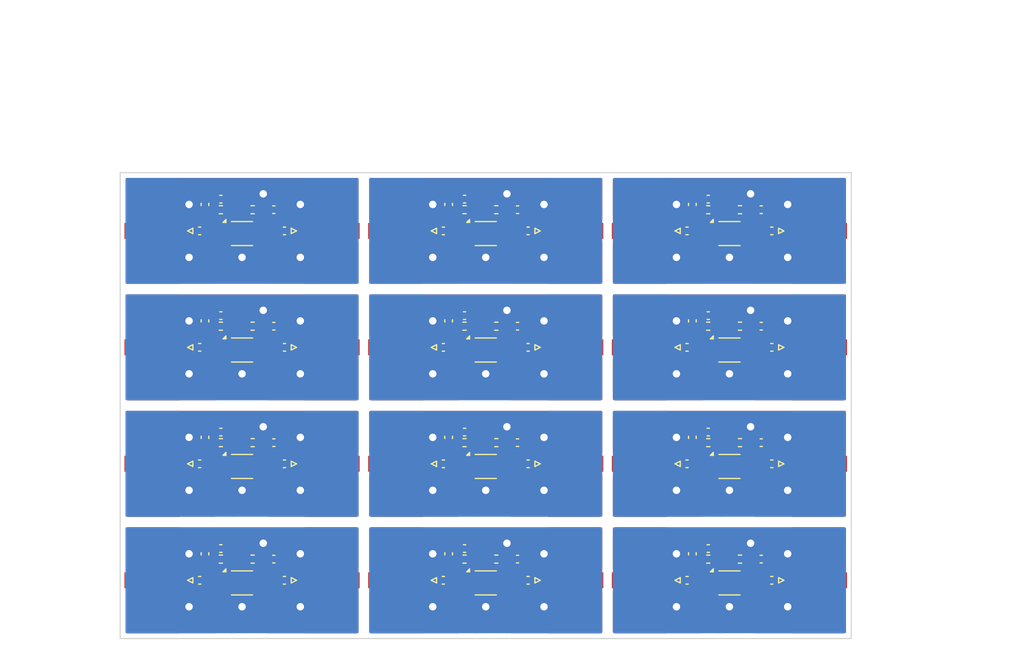
<source format=kicad_pcb>
(kicad_pcb (version 20240108) (generator "pcbnew") (generator_version "8.0")
  (layers (0 "F.Cu" signal) (31 "B.Cu" signal) (34 "B.Paste" user) (35 "F.Paste" user) (36 "B.SilkS" user "B.Silkscreen") (37 "F.SilkS" user "F.Silkscreen") (38 "B.Mask" user) (39 "F.Mask" user) (44 "Edge.Cuts" user))
  (net 0 "")
  (net 1 "Board_0-+3V3")
  (net 2 "Board_0-/RF_IN")
  (net 3 "Board_0-/RF_IN'")
  (net 4 "Board_0-/RF_OUT")
  (net 5 "Board_0-/RF_OUT'")
  (net 6 "Board_0-GND")
  (net 7 "Board_0-Net-(C3-Pad1)")
  (net 8 "Board_0-Net-(U1-Vcc)")
  (net 9 "Board_0-unconnected-(U1-Pad3)")
  (net 10 "Board_0-unconnected-(U1-Pad4)")
  (net 11 "Board_0-unconnected-(U1-Pad5)")
  (net 12 "Board_0-unconnected-(U1-Pad6)")
  (net 13 "Board_0-unconnected-(U1-Pad8)")
  (net 14 "Board_1-+3V3")
  (net 15 "Board_1-/RF_IN")
  (net 16 "Board_1-/RF_IN'")
  (net 17 "Board_1-/RF_OUT")
  (net 18 "Board_1-/RF_OUT'")
  (net 19 "Board_1-GND")
  (net 20 "Board_1-Net-(C3-Pad1)")
  (net 21 "Board_1-Net-(U1-Vcc)")
  (net 22 "Board_1-unconnected-(U1-Pad3)")
  (net 23 "Board_1-unconnected-(U1-Pad4)")
  (net 24 "Board_1-unconnected-(U1-Pad5)")
  (net 25 "Board_1-unconnected-(U1-Pad6)")
  (net 26 "Board_1-unconnected-(U1-Pad8)")
  (net 27 "Board_2-+3V3")
  (net 28 "Board_2-/RF_IN")
  (net 29 "Board_2-/RF_IN'")
  (net 30 "Board_2-/RF_OUT")
  (net 31 "Board_2-/RF_OUT'")
  (net 32 "Board_2-GND")
  (net 33 "Board_2-Net-(C3-Pad1)")
  (net 34 "Board_2-Net-(U1-Vcc)")
  (net 35 "Board_2-unconnected-(U1-Pad3)")
  (net 36 "Board_2-unconnected-(U1-Pad4)")
  (net 37 "Board_2-unconnected-(U1-Pad5)")
  (net 38 "Board_2-unconnected-(U1-Pad6)")
  (net 39 "Board_2-unconnected-(U1-Pad8)")
  (net 40 "Board_3-+3V3")
  (net 41 "Board_3-/RF_IN")
  (net 42 "Board_3-/RF_IN'")
  (net 43 "Board_3-/RF_OUT")
  (net 44 "Board_3-/RF_OUT'")
  (net 45 "Board_3-GND")
  (net 46 "Board_3-Net-(C3-Pad1)")
  (net 47 "Board_3-Net-(U1-Vcc)")
  (net 48 "Board_3-unconnected-(U1-Pad3)")
  (net 49 "Board_3-unconnected-(U1-Pad4)")
  (net 50 "Board_3-unconnected-(U1-Pad5)")
  (net 51 "Board_3-unconnected-(U1-Pad6)")
  (net 52 "Board_3-unconnected-(U1-Pad8)")
  (net 53 "Board_4-+3V3")
  (net 54 "Board_4-/RF_IN")
  (net 55 "Board_4-/RF_IN'")
  (net 56 "Board_4-/RF_OUT")
  (net 57 "Board_4-/RF_OUT'")
  (net 58 "Board_4-GND")
  (net 59 "Board_4-Net-(C3-Pad1)")
  (net 60 "Board_4-Net-(U1-Vcc)")
  (net 61 "Board_4-unconnected-(U1-Pad3)")
  (net 62 "Board_4-unconnected-(U1-Pad4)")
  (net 63 "Board_4-unconnected-(U1-Pad5)")
  (net 64 "Board_4-unconnected-(U1-Pad6)")
  (net 65 "Board_4-unconnected-(U1-Pad8)")
  (net 66 "Board_5-+3V3")
  (net 67 "Board_5-/RF_IN")
  (net 68 "Board_5-/RF_IN'")
  (net 69 "Board_5-/RF_OUT")
  (net 70 "Board_5-/RF_OUT'")
  (net 71 "Board_5-GND")
  (net 72 "Board_5-Net-(C3-Pad1)")
  (net 73 "Board_5-Net-(U1-Vcc)")
  (net 74 "Board_5-unconnected-(U1-Pad3)")
  (net 75 "Board_5-unconnected-(U1-Pad4)")
  (net 76 "Board_5-unconnected-(U1-Pad5)")
  (net 77 "Board_5-unconnected-(U1-Pad6)")
  (net 78 "Board_5-unconnected-(U1-Pad8)")
  (net 79 "Board_6-+3V3")
  (net 80 "Board_6-/RF_IN")
  (net 81 "Board_6-/RF_IN'")
  (net 82 "Board_6-/RF_OUT")
  (net 83 "Board_6-/RF_OUT'")
  (net 84 "Board_6-GND")
  (net 85 "Board_6-Net-(C3-Pad1)")
  (net 86 "Board_6-Net-(U1-Vcc)")
  (net 87 "Board_6-unconnected-(U1-Pad3)")
  (net 88 "Board_6-unconnected-(U1-Pad4)")
  (net 89 "Board_6-unconnected-(U1-Pad5)")
  (net 90 "Board_6-unconnected-(U1-Pad6)")
  (net 91 "Board_6-unconnected-(U1-Pad8)")
  (net 92 "Board_7-+3V3")
  (net 93 "Board_7-/RF_IN")
  (net 94 "Board_7-/RF_IN'")
  (net 95 "Board_7-/RF_OUT")
  (net 96 "Board_7-/RF_OUT'")
  (net 97 "Board_7-GND")
  (net 98 "Board_7-Net-(C3-Pad1)")
  (net 99 "Board_7-Net-(U1-Vcc)")
  (net 100 "Board_7-unconnected-(U1-Pad3)")
  (net 101 "Board_7-unconnected-(U1-Pad4)")
  (net 102 "Board_7-unconnected-(U1-Pad5)")
  (net 103 "Board_7-unconnected-(U1-Pad6)")
  (net 104 "Board_7-unconnected-(U1-Pad8)")
  (net 105 "Board_8-+3V3")
  (net 106 "Board_8-/RF_IN")
  (net 107 "Board_8-/RF_IN'")
  (net 108 "Board_8-/RF_OUT")
  (net 109 "Board_8-/RF_OUT'")
  (net 110 "Board_8-GND")
  (net 111 "Board_8-Net-(C3-Pad1)")
  (net 112 "Board_8-Net-(U1-Vcc)")
  (net 113 "Board_8-unconnected-(U1-Pad3)")
  (net 114 "Board_8-unconnected-(U1-Pad4)")
  (net 115 "Board_8-unconnected-(U1-Pad5)")
  (net 116 "Board_8-unconnected-(U1-Pad6)")
  (net 117 "Board_8-unconnected-(U1-Pad8)")
  (net 118 "Board_9-+3V3")
  (net 119 "Board_9-/RF_IN")
  (net 120 "Board_9-/RF_IN'")
  (net 121 "Board_9-/RF_OUT")
  (net 122 "Board_9-/RF_OUT'")
  (net 123 "Board_9-GND")
  (net 124 "Board_9-Net-(C3-Pad1)")
  (net 125 "Board_9-Net-(U1-Vcc)")
  (net 126 "Board_9-unconnected-(U1-Pad3)")
  (net 127 "Board_9-unconnected-(U1-Pad4)")
  (net 128 "Board_9-unconnected-(U1-Pad5)")
  (net 129 "Board_9-unconnected-(U1-Pad6)")
  (net 130 "Board_9-unconnected-(U1-Pad8)")
  (net 131 "Board_10-+3V3")
  (net 132 "Board_10-/RF_IN")
  (net 133 "Board_10-/RF_IN'")
  (net 134 "Board_10-/RF_OUT")
  (net 135 "Board_10-/RF_OUT'")
  (net 136 "Board_10-GND")
  (net 137 "Board_10-Net-(C3-Pad1)")
  (net 138 "Board_10-Net-(U1-Vcc)")
  (net 139 "Board_10-unconnected-(U1-Pad3)")
  (net 140 "Board_10-unconnected-(U1-Pad4)")
  (net 141 "Board_10-unconnected-(U1-Pad5)")
  (net 142 "Board_10-unconnected-(U1-Pad6)")
  (net 143 "Board_10-unconnected-(U1-Pad8)")
  (net 144 "Board_11-+3V3")
  (net 145 "Board_11-/RF_IN")
  (net 146 "Board_11-/RF_IN'")
  (net 147 "Board_11-/RF_OUT")
  (net 148 "Board_11-/RF_OUT'")
  (net 149 "Board_11-GND")
  (net 150 "Board_11-Net-(C3-Pad1)")
  (net 151 "Board_11-Net-(U1-Vcc)")
  (net 152 "Board_11-unconnected-(U1-Pad3)")
  (net 153 "Board_11-unconnected-(U1-Pad4)")
  (net 154 "Board_11-unconnected-(U1-Pad5)")
  (net 155 "Board_11-unconnected-(U1-Pad6)")
  (net 156 "Board_11-unconnected-(U1-Pad8)")
  (footprint "Capacitor_SMD:C_0402_1005Metric" (layer "F.Cu") (at 165.7 45.5)
    (property "Reference" "C3" (hide yes))
    (property "Value" "100pF")
  )
  (footprint "Inductor_SMD:L_0402_1005Metric" (layer "F.Cu") (at 160.2 58 -90)
    (property "Reference" "L1" (hide yes))
    (property "Value" "27nH RF")
  )
  (footprint "Capacitor_SMD:C_0402_1005Metric" (layer "F.Cu") (at 114.7 33.5 180)
    (property "Reference" "C1" (hide yes))
    (property "Value" "0.1uF")
  )
  (footprint "Custom_Connector_Coaxial:SMA_Amphenol_132289_EdgeMount" (layer "F.Cu") (at 131.35 47.5 180)
    (property "Reference" "J1" (hide yes))
    (property "Value" "SMA Female Edge Mount")
  )
  (footprint "Custom_Connector_Coaxial:SMA_Amphenol_132289_EdgeMount" (layer "F.Cu") (at 154.35 25.5 180)
    (property "Reference" "J1" (hide yes))
    (property "Value" "SMA Female Edge Mount")
  )
  (footprint "Capacitor_SMD:C_0402_1005Metric" (layer "F.Cu") (at 160.7 55.5 180)
    (property "Reference" "C1" (hide yes))
    (property "Value" "0.1uF")
  )
  (footprint "Capacitor_SMD:C_0402_1005Metric" (layer "F.Cu") (at 158.7 47.5)
    (property "Reference" "C4" (hide yes))
    (property "Value" "100pF")
  )
  (footprint "Capacitor_SMD:C_0402_1005Metric" (layer "F.Cu") (at 158.7 58.5)
    (property "Reference" "C4" (hide yes))
    (property "Value" "100pF")
  )
  (footprint "Capacitor_SMD:C_0402_1005Metric" (layer "F.Cu") (at 119.7 34.5)
    (property "Reference" "C3" (hide yes))
    (property "Value" "100pF")
  )
  (footprint "Capacitor_SMD:C_0402_1005Metric" (layer "F.Cu") (at 136.2 56 -90)
    (property "Reference" "C2" (hide yes))
    (property "Value" "12pF")
  )
  (footprint "Capacitor_SMD:C_0402_1005Metric" (layer "F.Cu") (at 158.7 25.5)
    (property "Reference" "C4" (hide yes))
    (property "Value" "100pF")
  )
  (footprint "Custom_Connector_Coaxial:SMA_Amphenol_132289_EdgeMount" (layer "F.Cu") (at 131.35 58.5 180)
    (property "Reference" "J1" (hide yes))
    (property "Value" "SMA Female Edge Mount")
  )
  (footprint "Custom_Connector_Coaxial:SMA_Amphenol_132289_EdgeMount" (layer "F.Cu") (at 108.35 36.5 180)
    (property "Reference" "J1" (hide yes))
    (property "Value" "SMA Female Edge Mount")
  )
  (footprint "Inductor_SMD:L_0402_1005Metric" (layer "F.Cu") (at 160.2 36 -90)
    (property "Reference" "L1" (hide yes))
    (property "Value" "27nH RF")
  )
  (footprint "Capacitor_SMD:C_0402_1005Metric" (layer "F.Cu") (at 135.7 47.5)
    (property "Reference" "C4" (hide yes))
    (property "Value" "100pF")
  )
  (footprint "Capacitor_SMD:C_0402_1005Metric" (layer "F.Cu") (at 112.7 36.5)
    (property "Reference" "C4" (hide yes))
    (property "Value" "100pF")
  )
  (footprint "Package_DFN_QFN:DFN-8-1EP_2x2mm_P0.5mm_EP0.9x1.5mm" (layer "F.Cu") (at 139.7 47.75)
    (property "Reference" "U1" (hide yes))
    (property "Value" "BLB01")
  )
  (footprint "Capacitor_SMD:C_0402_1005Metric" (layer "F.Cu") (at 165.7 56.5)
    (property "Reference" "C3" (hide yes))
    (property "Value" "100pF")
  )
  (footprint "Custom_Connector_Coaxial:SMA_Amphenol_132289_EdgeMount" (layer "F.Cu") (at 171.05 36.5)
    (property "Reference" "J2" (hide yes))
    (property "Value" "SMA Female Edge Mount")
  )
  (footprint "Capacitor_SMD:C_0402_1005Metric" (layer "F.Cu") (at 143.7 47.5)
    (property "Reference" "C5" (hide yes))
    (property "Value" "12pF")
  )
  (footprint "Inductor_SMD:L_0402_1005Metric" (layer "F.Cu") (at 137.2 25 -90)
    (property "Reference" "L1" (hide yes))
    (property "Value" "27nH RF")
  )
  (footprint "Capacitor_SMD:C_0402_1005Metric" (layer "F.Cu") (at 165.7 34.5)
    (property "Reference" "C3" (hide yes))
    (property "Value" "100pF")
  )
  (footprint "Package_DFN_QFN:DFN-8-1EP_2x2mm_P0.5mm_EP0.9x1.5mm" (layer "F.Cu") (at 116.7 58.75)
    (property "Reference" "U1" (hide yes))
    (property "Value" "BLB01")
  )
  (footprint "Capacitor_SMD:C_0402_1005Metric" (layer "F.Cu") (at 113.2 45 -90)
    (property "Reference" "C2" (hide yes))
    (property "Value" "12pF")
  )
  (footprint "Resistor_SMD:R_0402_1005Metric" (layer "F.Cu") (at 117.7 56.5)
    (property "Reference" "R2" (hide yes))
    (property "Value" "0R")
  )
  (footprint "Capacitor_SMD:C_0402_1005Metric" (layer "F.Cu") (at 165.7 23.5)
    (property "Reference" "C3" (hide yes))
    (property "Value" "100pF")
  )
  (footprint "Capacitor_SMD:C_0402_1005Metric" (layer "F.Cu") (at 113.2 34 -90)
    (property "Reference" "C2" (hide yes))
    (property "Value" "12pF")
  )
  (footprint "Capacitor_SMD:C_0402_1005Metric" (layer "F.Cu") (at 137.7 22.5 180)
    (property "Reference" "C1" (hide yes))
    (property "Value" "0.1uF")
  )
  (footprint "Capacitor_SMD:C_0402_1005Metric" (layer "F.Cu") (at 160.7 44.5 180)
    (property "Reference" "C1" (hide yes))
    (property "Value" "0.1uF")
  )
  (footprint "Package_DFN_QFN:DFN-8-1EP_2x2mm_P0.5mm_EP0.9x1.5mm" (layer "F.Cu") (at 116.7 47.75)
    (property "Reference" "U1" (hide yes))
    (property "Value" "BLB01")
  )
  (footprint "Inductor_SMD:L_0402_1005Metric" (layer "F.Cu") (at 165.2 58 -90)
    (property "Reference" "L2" (hide yes))
    (property "Value" "82nH RF")
  )
  (footprint "Capacitor_SMD:C_0402_1005Metric" (layer "F.Cu") (at 113.2 23 -90)
    (property "Reference" "C2" (hide yes))
    (property "Value" "12pF")
  )
  (footprint "Package_DFN_QFN:DFN-8-1EP_2x2mm_P0.5mm_EP0.9x1.5mm" (layer "F.Cu") (at 139.7 58.75)
    (property "Reference" "U1" (hide yes))
    (property "Value" "BLB01")
  )
  (footprint "Package_DFN_QFN:DFN-8-1EP_2x2mm_P0.5mm_EP0.9x1.5mm" (layer "F.Cu") (at 162.7 36.75)
    (property "Reference" "U1" (hide yes))
    (property "Value" "BLB01")
  )
  (footprint "Inductor_SMD:L_0402_1005Metric" (layer "F.Cu") (at 165.2 47 -90)
    (property "Reference" "L2" (hide yes))
    (property "Value" "82nH RF")
  )
  (footprint "Custom_Connector_Coaxial:SMA_Amphenol_132289_EdgeMount" (layer "F.Cu") (at 108.35 47.5 180)
    (property "Reference" "J1" (hide yes))
    (property "Value" "SMA Female Edge Mount")
  )
  (footprint "Capacitor_SMD:C_0402_1005Metric" (layer "F.Cu") (at 142.7 23.5)
    (property "Reference" "C3" (hide yes))
    (property "Value" "100pF")
  )
  (footprint "Custom_Connector_Coaxial:SMA_Amphenol_132289_EdgeMount" (layer "F.Cu") (at 108.35 58.5 180)
    (property "Reference" "J1" (hide yes))
    (property "Value" "SMA Female Edge Mount")
  )
  (footprint "Custom_Connector_Coaxial:SMA_Amphenol_132289_EdgeMount" (layer "F.Cu") (at 154.35 36.5 180)
    (property "Reference" "J1" (hide yes))
    (property "Value" "SMA Female Edge Mount")
  )
  (footprint "Capacitor_SMD:C_0402_1005Metric" (layer "F.Cu") (at 112.7 58.5)
    (property "Reference" "C4" (hide yes))
    (property "Value" "100pF")
  )
  (footprint "Package_DFN_QFN:DFN-8-1EP_2x2mm_P0.5mm_EP0.9x1.5mm" (layer "F.Cu") (at 162.7 47.75)
    (property "Reference" "U1" (hide yes))
    (property "Value" "BLB01")
  )
  (footprint "Inductor_SMD:L_0402_1005Metric" (layer "F.Cu") (at 160.2 25 -90)
    (property "Reference" "L1" (hide yes))
    (property "Value" "27nH RF")
  )
  (footprint "Resistor_SMD:R_0402_1005Metric" (layer "F.Cu") (at 114.7 34.5 180)
    (property "Reference" "R1" (hide yes))
    (property "Value" "6.8k")
  )
  (footprint "Capacitor_SMD:C_0402_1005Metric" (layer "F.Cu") (at 112.7 25.5)
    (property "Reference" "C4" (hide yes))
    (property "Value" "100pF")
  )
  (footprint "Capacitor_SMD:C_0402_1005Metric" (layer "F.Cu") (at 166.7 36.5)
    (property "Reference" "C5" (hide yes))
    (property "Value" "12pF")
  )
  (footprint "Custom_Connector_Coaxial:SMA_Amphenol_132289_EdgeMount" (layer "F.Cu") (at 131.35 25.5 180)
    (property "Reference" "J1" (hide yes))
    (property "Value" "SMA Female Edge Mount")
  )
  (footprint "Capacitor_SMD:C_0402_1005Metric" (layer "F.Cu") (at 119.7 23.5)
    (property "Reference" "C3" (hide yes))
    (property "Value" "100pF")
  )
  (footprint "Package_DFN_QFN:DFN-8-1EP_2x2mm_P0.5mm_EP0.9x1.5mm" (layer "F.Cu") (at 116.7 25.75)
    (property "Reference" "U1" (hide yes))
    (property "Value" "BLB01")
  )
  (footprint "Resistor_SMD:R_0402_1005Metric" (layer "F.Cu") (at 117.7 34.5)
    (property "Reference" "R2" (hide yes))
    (property "Value" "0R")
  )
  (footprint "Capacitor_SMD:C_0402_1005Metric" (layer "F.Cu") (at 142.7 45.5)
    (property "Reference" "C3" (hide yes))
    (property "Value" "100pF")
  )
  (footprint "Resistor_SMD:R_0402_1005Metric" (layer "F.Cu") (at 114.7 45.5 180)
    (property "Reference" "R1" (hide yes))
    (property "Value" "6.8k")
  )
  (footprint "Inductor_SMD:L_0402_1005Metric" (layer "F.Cu") (at 119.2 36 -90)
    (property "Reference" "L2" (hide yes))
    (property "Value" "82nH RF")
  )
  (footprint "Resistor_SMD:R_0402_1005Metric" (layer "F.Cu") (at 137.7 56.5 180)
    (property "Reference" "R1" (hide yes))
    (property "Value" "6.8k")
  )
  (footprint "Custom_Connector_Coaxial:SMA_Amphenol_132289_EdgeMount" (layer "F.Cu") (at 171.05 25.5)
    (property "Reference" "J2" (hide yes))
    (property "Value" "SMA Female Edge Mount")
  )
  (footprint "Resistor_SMD:R_0402_1005Metric" (layer "F.Cu") (at 140.7 34.5)
    (property "Reference" "R2" (hide yes))
    (property "Value" "0R")
  )
  (footprint "Capacitor_SMD:C_0402_1005Metric" (layer "F.Cu") (at 159.2 56 -90)
    (property "Reference" "C2" (hide yes))
    (property "Value" "12pF")
  )
  (footprint "Capacitor_SMD:C_0402_1005Metric" (layer "F.Cu") (at 120.7 58.5)
    (property "Reference" "C5" (hide yes))
    (property "Value" "12pF")
  )
  (footprint "Custom_Connector_Coaxial:SMA_Amphenol_132289_EdgeMount" (layer "F.Cu") (at 125.05 36.5)
    (property "Reference" "J2" (hide yes))
    (property "Value" "SMA Female Edge Mount")
  )
  (footprint "Inductor_SMD:L_0402_1005Metric" (layer "F.Cu") (at 114.2 47 -90)
    (property "Reference" "L1" (hide yes))
    (property "Value" "27nH RF")
  )
  (footprint "Custom_Connector_Coaxial:SMA_Amphenol_132289_EdgeMount" (layer "F.Cu") (at 148.05 58.5)
    (property "Reference" "J2" (hide yes))
    (property "Value" "SMA Female Edge Mount")
  )
  (footprint "Inductor_SMD:L_0402_1005Metric" (layer "F.Cu") (at 165.2 25 -90)
    (property "Reference" "L2" (hide yes))
    (property "Value" "82nH RF")
  )
  (footprint "Package_DFN_QFN:DFN-8-1EP_2x2mm_P0.5mm_EP0.9x1.5mm" (layer "F.Cu") (at 162.7 58.75)
    (property "Reference" "U1" (hide yes))
    (property "Value" "BLB01")
  )
  (footprint "Capacitor_SMD:C_0402_1005Metric" (layer "F.Cu") (at 120.7 25.5)
    (property "Reference" "C5" (hide yes))
    (property "Value" "12pF")
  )
  (footprint "Inductor_SMD:L_0402_1005Metric" (layer "F.Cu") (at 137.2 58 -90)
    (property "Reference" "L1" (hide yes))
    (property "Value" "27nH RF")
  )
  (footprint "Capacitor_SMD:C_0402_1005Metric" (layer "F.Cu") (at 160.7 22.5 180)
    (property "Reference" "C1" (hide yes))
    (property "Value" "0.1uF")
  )
  (footprint "Resistor_SMD:R_0402_1005Metric" (layer "F.Cu") (at 163.7 34.5)
    (property "Reference" "R2" (hide yes))
    (property "Value" "0R")
  )
  (footprint "Package_DFN_QFN:DFN-8-1EP_2x2mm_P0.5mm_EP0.9x1.5mm" (layer "F.Cu") (at 116.7 36.75)
    (property "Reference" "U1" (hide yes))
    (property "Value" "BLB01")
  )
  (footprint "Capacitor_SMD:C_0402_1005Metric" (layer "F.Cu") (at 143.7 25.5)
    (property "Reference" "C5" (hide yes))
    (property "Value" "12pF")
  )
  (footprint "Resistor_SMD:R_0402_1005Metric" (layer "F.Cu") (at 163.7 45.5)
    (property "Reference" "R2" (hide yes))
    (property "Value" "0R")
  )
  (footprint "Inductor_SMD:L_0402_1005Metric" (layer "F.Cu") (at 114.2 58 -90)
    (property "Reference" "L1" (hide yes))
    (property "Value" "27nH RF")
  )
  (footprint "Capacitor_SMD:C_0402_1005Metric" (layer "F.Cu") (at 135.7 25.5)
    (property "Reference" "C4" (hide yes))
    (property "Value" "100pF")
  )
  (footprint "Package_DFN_QFN:DFN-8-1EP_2x2mm_P0.5mm_EP0.9x1.5mm" (layer "F.Cu") (at 139.7 25.75)
    (property "Reference" "U1" (hide yes))
    (property "Value" "BLB01")
  )
  (footprint "Capacitor_SMD:C_0402_1005Metric" (layer "F.Cu") (at 159.2 23 -90)
    (property "Reference" "C2" (hide yes))
    (property "Value" "12pF")
  )
  (footprint "Custom_Connector_Coaxial:SMA_Amphenol_132289_EdgeMount" (layer "F.Cu") (at 125.05 58.5)
    (property "Reference" "J2" (hide yes))
    (property "Value" "SMA Female Edge Mount")
  )
  (footprint "Capacitor_SMD:C_0402_1005Metric" (layer "F.Cu") (at 142.7 56.5)
    (property "Reference" "C3" (hide yes))
    (property "Value" "100pF")
  )
  (footprint "Custom_Connector_Coaxial:SMA_Amphenol_132289_EdgeMount" (layer "F.Cu") (at 131.35 36.5 180)
    (property "Reference" "J1" (hide yes))
    (property "Value" "SMA Female Edge Mount")
  )
  (footprint "Resistor_SMD:R_0402_1005Metric" (layer "F.Cu") (at 140.7 23.5)
    (property "Reference" "R2" (hide yes))
    (property "Value" "0R")
  )
  (footprint "Resistor_SMD:R_0402_1005Metric" (layer "F.Cu") (at 117.7 45.5)
    (property "Reference" "R2" (hide yes))
    (property "Value" "0R")
  )
  (footprint "Inductor_SMD:L_0402_1005Metric" (layer "F.Cu") (at 119.2 25 -90)
    (property "Reference" "L2" (hide yes))
    (property "Value" "82nH RF")
  )
  (footprint "Capacitor_SMD:C_0402_1005Metric" (layer "F.Cu") (at 136.2 23 -90)
    (property "Reference" "C2" (hide yes))
    (property "Value" "12pF")
  )
  (footprint "Resistor_SMD:R_0402_1005Metric" (layer "F.Cu") (at 160.7 56.5 180)
    (property "Reference" "R1" (hide yes))
    (property "Value" "6.8k")
  )
  (footprint "Inductor_SMD:L_0402_1005Metric" (layer "F.Cu") (at 137.2 36 -90)
    (property "Reference" "L1" (hide yes))
    (property "Value" "27nH RF")
  )
  (footprint "Capacitor_SMD:C_0402_1005Metric" (layer "F.Cu") (at 120.7 36.5)
    (property "Reference" "C5" (hide yes))
    (property "Value" "12pF")
  )
  (footprint "Resistor_SMD:R_0402_1005Metric" (layer "F.Cu") (at 137.7 45.5 180)
    (property "Reference" "R1" (hide yes))
    (property "Value" "6.8k")
  )
  (footprint "Custom_Connector_Coaxial:SMA_Amphenol_132289_EdgeMount" (layer "F.Cu") (at 148.05 25.5)
    (property "Reference" "J2" (hide yes))
    (property "Value" "SMA Female Edge Mount")
  )
  (footprint "Custom_Connector_Coaxial:SMA_Amphenol_132289_EdgeMount" (layer "F.Cu") (at 148.05 47.5)
    (property "Reference" "J2" (hide yes))
    (property "Value" "SMA Female Edge Mount")
  )
  (footprint "Capacitor_SMD:C_0402_1005Metric" (layer "F.Cu") (at 120.7 47.5)
    (property "Reference" "C5" (hide yes))
    (property "Value" "12pF")
  )
  (footprint "Resistor_SMD:R_0402_1005Metric" (layer "F.Cu") (at 160.7 23.5 180)
    (property "Reference" "R1" (hide yes))
    (property "Value" "6.8k")
  )
  (footprint "Capacitor_SMD:C_0402_1005Metric" (layer "F.Cu") (at 114.7 44.5 180)
    (property "Reference" "C1" (hide yes))
    (property "Value" "0.1uF")
  )
  (footprint "Custom_Connector_Coaxial:SMA_Amphenol_132289_EdgeMount" (layer "F.Cu") (at 154.35 58.5 180)
    (property "Reference" "J1" (hide yes))
    (property "Value" "SMA Female Edge Mount")
  )
  (footprint "Inductor_SMD:L_0402_1005Metric" (layer "F.Cu") (at 142.2 25 -90)
    (property "Reference" "L2" (hide yes))
    (property "Value" "82nH RF")
  )
  (footprint "Inductor_SMD:L_0402_1005Metric" (layer "F.Cu") (at 119.2 47 -90)
    (property "Reference" "L2" (hide yes))
    (property "Value" "82nH RF")
  )
  (footprint "Inductor_SMD:L_0402_1005Metric" (layer "F.Cu") (at 142.2 58 -90)
    (property "Reference" "L2" (hide yes))
    (property "Value" "82nH RF")
  )
  (footprint "Inductor_SMD:L_0402_1005Metric" (layer "F.Cu") (at 142.2 47 -90)
    (property "Reference" "L2" (hide yes))
    (property "Value" "82nH RF")
  )
  (footprint "Inductor_SMD:L_0402_1005Metric" (layer "F.Cu") (at 160.2 47 -90)
    (property "Reference" "L1" (hide yes))
    (property "Value" "27nH RF")
  )
  (footprint "Capacitor_SMD:C_0402_1005Metric" (layer "F.Cu") (at 166.7 25.5)
    (property "Reference" "C5" (hide yes))
    (property "Value" "12pF")
  )
  (footprint "Resistor_SMD:R_0402_1005Metric" (layer "F.Cu") (at 137.7 23.5 180)
    (property "Reference" "R1" (hide yes))
    (property "Value" "6.8k")
  )
  (footprint "Resistor_SMD:R_0402_1005Metric" (layer "F.Cu") (at 114.7 56.5 180)
    (property "Reference" "R1" (hide yes))
    (property "Value" "6.8k")
  )
  (footprint "Resistor_SMD:R_0402_1005Metric" (layer "F.Cu") (at 140.7 45.5)
    (property "Reference" "R2" (hide yes))
    (property "Value" "0R")
  )
  (footprint "Capacitor_SMD:C_0402_1005Metric" (layer "F.Cu") (at 143.7 58.5)
    (property "Reference" "C5" (hide yes))
    (property "Value" "12pF")
  )
  (footprint "Capacitor_SMD:C_0402_1005Metric" (layer "F.Cu") (at 137.7 55.5 180)
    (property "Reference" "C1" (hide yes))
    (property "Value" "0.1uF")
  )
  (footprint "Capacitor_SMD:C_0402_1005Metric" (layer "F.Cu") (at 166.7 58.5)
    (property "Reference" "C5" (hide yes))
    (property "Value" "12pF")
  )
  (footprint "Capacitor_SMD:C_0402_1005Metric" (layer "F.Cu") (at 135.7 58.5)
    (property "Reference" "C4" (hide yes))
    (property "Value" "100pF")
  )
  (footprint "Package_DFN_QFN:DFN-8-1EP_2x2mm_P0.5mm_EP0.9x1.5mm" (layer "F.Cu") (at 139.7 36.75)
    (property "Reference" "U1" (hide yes))
    (property "Value" "BLB01")
  )
  (footprint "Capacitor_SMD:C_0402_1005Metric" (layer "F.Cu") (at 112.7 47.5)
    (property "Reference" "C4" (hide yes))
    (property "Value" "100pF")
  )
  (footprint "Capacitor_SMD:C_0402_1005Metric" (layer "F.Cu") (at 113.2 56 -90)
    (property "Reference" "C2" (hide yes))
    (property "Value" "12pF")
  )
  (footprint "Resistor_SMD:R_0402_1005Metric" (layer "F.Cu") (at 163.7 23.5)
    (property "Reference" "R2" (hide yes))
    (property "Value" "0R")
  )
  (footprint "Inductor_SMD:L_0402_1005Metric" (layer "F.Cu") (at 114.2 25 -90)
    (property "Reference" "L1" (hide yes))
    (property "Value" "27nH RF")
  )
  (footprint "Capacitor_SMD:C_0402_1005Metric" (layer "F.Cu") (at 136.2 45 -90)
    (property "Reference" "C2" (hide yes))
    (property "Value" "12pF")
  )
  (footprint "Custom_Connector_Coaxial:SMA_Amphenol_132289_EdgeMount" (layer "F.Cu") (at 108.35 25.5 180)
    (property "Reference" "J1" (hide yes))
    (property "Value" "SMA Female Edge Mount")
  )
  (footprint "Capacitor_SMD:C_0402_1005Metric" (layer "F.Cu") (at 143.7 36.5)
    (property "Reference" "C5" (hide yes))
    (property "Value" "12pF")
  )
  (footprint "Package_DFN_QFN:DFN-8-1EP_2x2mm_P0.5mm_EP0.9x1.5mm" (layer "F.Cu") (at 162.7 25.75)
    (property "Reference" "U1" (hide yes))
    (property "Value" "BLB01")
  )
  (footprint "Capacitor_SMD:C_0402_1005Metric" (layer "F.Cu") (at 160.7 33.5 180)
    (property "Reference" "C1" (hide yes))
    (property "Value" "0.1uF")
  )
  (footprint "Custom_Connector_Coaxial:SMA_Amphenol_132289_EdgeMount" (layer "F.Cu") (at 171.05 47.5)
    (property "Reference" "J2" (hide yes))
    (property "Value" "SMA Female Edge Mount")
  )
  (footprint "Inductor_SMD:L_0402_1005Metric" (layer "F.Cu") (at 114.2 36 -90)
    (property "Reference" "L1" (hide yes))
    (property "Value" "27nH RF")
  )
  (footprint "Resistor_SMD:R_0402_1005Metric" (layer "F.Cu") (at 140.7 56.5)
    (property "Reference" "R2" (hide yes))
    (property "Value" "0R")
  )
  (footprint "Custom_Connector_Coaxial:SMA_Amphenol_132289_EdgeMount" (layer "F.Cu") (at 154.35 47.5 180)
    (property "Reference" "J1" (hide yes))
    (property "Value" "SMA Female Edge Mount")
  )
  (footprint "Resistor_SMD:R_0402_1005Metric" (layer "F.Cu") (at 137.7 34.5 180)
    (property "Reference" "R1" (hide yes))
    (property "Value" "6.8k")
  )
  (footprint "Capacitor_SMD:C_0402_1005Metric" (layer "F.Cu") (at 114.7 22.5 180)
    (property "Reference" "C1" (hide yes))
    (property "Value" "0.1uF")
  )
  (footprint "Capacitor_SMD:C_0402_1005Metric" (layer "F.Cu") (at 159.2 34 -90)
    (property "Reference" "C2" (hide yes))
    (property "Value" "12pF")
  )
  (footprint "Capacitor_SMD:C_0402_1005Metric" (layer "F.Cu") (at 158.7 36.5)
    (property "Reference" "C4" (hide yes))
    (property "Value" "100pF")
  )
  (footprint "Inductor_SMD:L_0402_1005Metric" (layer "F.Cu") (at 165.2 36 -90)
    (property "Reference" "L2" (hide yes))
    (property "Value" "82nH RF")
  )
  (footprint "Capacitor_SMD:C_0402_1005Metric" (layer "F.Cu") (at 136.2 34 -90)
    (property "Reference" "C2" (hide yes))
    (property "Value" "12pF")
  )
  (footprint "Inductor_SMD:L_0402_1005Metric" (layer "F.Cu") (at 119.2 58 -90)
    (property "Reference" "L2" (hide yes))
    (property "Value" "82nH RF")
  )
  (footprint "Capacitor_SMD:C_0402_1005Metric" (layer "F.Cu") (at 114.7 55.5 180)
    (property "Reference" "C1" (hide yes))
    (property "Value" "0.1uF")
  )
  (footprint "Resistor_SMD:R_0402_1005Metric" (layer "F.Cu") (at 160.7 34.5 180)
    (property "Reference" "R1" (hide yes))
    (property "Value" "6.8k")
  )
  (footprint "Inductor_SMD:L_0402_1005Metric" (layer "F.Cu") (at 142.2 36 -90)
    (property "Reference" "L2" (hide yes))
    (property "Value" "82nH RF")
  )
  (footprint "Capacitor_SMD:C_0402_1005Metric" (layer "F.Cu") (at 137.7 33.5 180)
    (property "Reference" "C1" (hide yes))
    (property "Value" "0.1uF")
  )
  (footprint "Resistor_SMD:R_0402_1005Metric" (layer "F.Cu") (at 160.7 45.5 180)
    (property "Reference" "R1" (hide yes))
    (property "Value" "6.8k")
  )
  (footprint "Resistor_SMD:R_0402_1005Metric" (layer "F.Cu") (at 117.7 23.5)
    (property "Reference" "R2" (hide yes))
    (property "Value" "0R")
  )
  (footprint "Capacitor_SMD:C_0402_1005Metric" (layer "F.Cu") (at 119.7 45.5)
    (property "Reference" "C3" (hide yes))
    (property "Value" "100pF")
  )
  (footprint "Capacitor_SMD:C_0402_1005Metric" (layer "F.Cu") (at 137.7 44.5 180)
    (property "Reference" "C1" (hide yes))
    (property "Value" "0.1uF")
  )
  (footprint "Capacitor_SMD:C_0402_1005Metric" (layer "F.Cu") (at 135.7 36.5)
    (property "Reference" "C4" (hide yes))
    (property "Value" "100pF")
  )
  (footprint "Custom_Connector_Coaxial:SMA_Amphenol_132289_EdgeMount" (layer "F.Cu") (at 148.05 36.5)
    (property "Reference" "J2" (hide yes))
    (property "Value" "SMA Female Edge Mount")
  )
  (footprint "Capacitor_SMD:C_0402_1005Metric" (layer "F.Cu") (at 142.7 34.5)
    (property "Reference" "C3" (hide yes))
    (property "Value" "100pF")
  )
  (footprint "Capacitor_SMD:C_0402_1005Metric" (layer "F.Cu") (at 159.2 45 -90)
    (property "Reference" "C2" (hide yes))
    (property "Value" "12pF")
  )
  (footprint "Capacitor_SMD:C_0402_1005Metric" (layer "F.Cu") (at 119.7 56.5)
    (property "Reference" "C3" (hide yes))
    (property "Value" "100pF")
  )
  (footprint "Custom_Connector_Coaxial:SMA_Amphenol_132289_EdgeMount" (layer "F.Cu") (at 125.05 47.5)
    (property "Reference" "J2" (hide yes))
    (property "Value" "SMA Female Edge Mount")
  )
  (footprint "Inductor_SMD:L_0402_1005Metric" (layer "F.Cu") (at 137.2 47 -90)
    (property "Reference" "L1" (hide yes))
    (property "Value" "27nH RF")
  )
  (footprint "Resistor_SMD:R_0402_1005Metric" (layer "F.Cu") (at 163.7 56.5)
    (property "Reference" "R2" (hide yes))
    (property "Value" "0R")
  )
  (footprint "Custom_Connector_Coaxial:SMA_Amphenol_132289_EdgeMount" (layer "F.Cu") (at 171.05 58.5)
    (property "Reference" "J2" (hide yes))
    (property "Value" "SMA Female Edge Mount")
  )
  (footprint "Custom_Connector_Coaxial:SMA_Amphenol_132289_EdgeMount" (layer "F.Cu") (at 125.05 25.5)
    (property "Reference" "J2" (hide yes))
    (property "Value" "SMA Female Edge Mount")
  )
  (footprint "Resistor_SMD:R_0402_1005Metric" (layer "F.Cu") (at 114.7 23.5 180)
    (property "Reference" "R1" (hide yes))
    (property "Value" "6.8k")
  )
  (footprint "Capacitor_SMD:C_0402_1005Metric" (layer "F.Cu") (at 166.7 47.5)
    (property "Reference" "C5" (hide yes))
    (property "Value" "12pF")
  )
  (gr_line (start 105.2 42) (end 105.2 53) (stroke (width 0.1)) (layer "Edge.Cuts"))
  (gr_line (start 174.2 64) (end 174.2 53) (stroke (width 0.1)) (layer "Edge.Cuts"))
  (gr_line (start 105.2 53) (end 105.2 64) (stroke (width 0.1)) (layer "Edge.Cuts"))
  (gr_line (start 151.2 20) (end 128.2 20) (stroke (width 0.1)) (layer "Edge.Cuts"))
  (gr_line (start 174.2 20) (end 151.2 20) (stroke (width 0.1)) (layer "Edge.Cuts"))
  (gr_line (start 128.2 64) (end 151.2 64) (stroke (width 0.1)) (layer "Edge.Cuts"))
  (gr_line (start 174.2 42) (end 174.2 31) (stroke (width 0.1)) (layer "Edge.Cuts"))
  (gr_line (start 151.2 64) (end 174.2 64) (stroke (width 0.1)) (layer "Edge.Cuts"))
  (gr_line (start 105.2 20) (end 105.2 31) (stroke (width 0.1)) (layer "Edge.Cuts"))
  (gr_line (start 174.2 31) (end 174.2 20) (stroke (width 0.1)) (layer "Edge.Cuts"))
  (gr_line (start 174.2 53) (end 174.2 42) (stroke (width 0.1)) (layer "Edge.Cuts"))
  (gr_line (start 128.2 20) (end 105.2 20) (stroke (width 0.1)) (layer "Edge.Cuts"))
  (gr_line (start 105.2 31) (end 105.2 42) (stroke (width 0.1)) (layer "Edge.Cuts"))
  (gr_line (start 105.2 64) (end 128.2 64) (stroke (width 0.1)) (layer "Edge.Cuts"))
  (gr_text "REV A\n" (at 137.2 41.5 0) (layer "F.Cu") (effects (font (size 1 1) (thickness 0.25) (bold yes)) (justify left bottom)))
  (gr_text "REV A\n" (at 114.2 41.5 0) (layer "F.Cu") (effects (font (size 1 1) (thickness 0.25) (bold yes)) (justify left bottom)))
  (gr_text "REV A\n" (at 114.2 30.5 0) (layer "F.Cu") (effects (font (size 1 1) (thickness 0.25) (bold yes)) (justify left bottom)))
  (gr_text "REV A\n" (at 137.2 63.5 0) (layer "F.Cu") (effects (font (size 1 1) (thickness 0.25) (bold yes)) (justify left bottom)))
  (gr_text "REV A\n" (at 114.2 52.5 0) (layer "F.Cu") (effects (font (size 1 1) (thickness 0.25) (bold yes)) (justify left bottom)))
  (gr_text "REV A\n" (at 160.2 63.5 0) (layer "F.Cu") (effects (font (size 1 1) (thickness 0.25) (bold yes)) (justify left bottom)))
  (gr_text "REV A\n" (at 160.2 41.5 0) (layer "F.Cu") (effects (font (size 1 1) (thickness 0.25) (bold yes)) (justify left bottom)))
  (gr_text "REV A\n" (at 137.2 52.5 0) (layer "F.Cu") (effects (font (size 1 1) (thickness 0.25) (bold yes)) (justify left bottom)))
  (gr_text "REV A\n" (at 137.2 30.5 0) (layer "F.Cu") (effects (font (size 1 1) (thickness 0.25) (bold yes)) (justify left bottom)))
  (gr_text "REV A\n" (at 114.2 63.5 0) (layer "F.Cu") (effects (font (size 1 1) (thickness 0.25) (bold yes)) (justify left bottom)))
  (gr_text "REV A\n" (at 160.2 52.5 0) (layer "F.Cu") (effects (font (size 1 1) (thickness 0.25) (bold yes)) (justify left bottom)))
  (gr_text "REV A\n" (at 160.2 30.5 0) (layer "F.Cu") (effects (font (size 1 1) (thickness 0.25) (bold yes)) (justify left bottom)))
  (segment (start 108.2 25.5) (end 111.8 25.5) (width 1.4) (layer "F.Cu") (net 2))
  (segment (start 114.985 25.485) (end 114.2 25.485) (width 0.6) (layer "F.Cu") (net 3))
  (segment (start 114.185 25.5) (end 114.2 25.485) (width 0.6) (layer "F.Cu") (net 3))
  (segment (start 115.7 25.5) (end 115 25.5) (width 0.25) (layer "F.Cu") (net 3))
  (segment (start 113.18 25.5) (end 114.185 25.5) (width 0.6) (layer "F.Cu") (net 3))
  (segment (start 125.2 25.5) (end 121.6 25.5) (width 1.4) (layer "F.Cu") (net 4))
  (segment (start 119.185 25.5) (end 119.2 25.485) (width 0.6) (layer "F.Cu") (net 5))
  (segment (start 117.7 25.5) (end 118.5 25.5) (width 0.25) (layer "F.Cu") (net 5))
  (segment (start 118.5 25.5) (end 119.185 25.5) (width 0.6) (layer "F.Cu") (net 5))
  (segment (start 119.2 25.485) (end 120.205 25.485) (width 0.6) (layer "F.Cu") (net 5))
  (segment (start 120.205 25.485) (end 120.22 25.5) (width 0.6) (layer "F.Cu") (net 5))
  (via (at 111.7 23) (size 1.2) (drill 0.7) (layers "F.Cu" "B.Cu") (net 6))
  (via (at 116.7 28) (size 1.2) (drill 0.7) (layers "F.Cu" "B.Cu") (net 6))
  (via (at 118.7 22) (size 1.2) (drill 0.7) (layers "F.Cu" "B.Cu") (net 6))
  (via (at 122.2 28) (size 1.2) (drill 0.7) (layers "F.Cu" "B.Cu") (net 6))
  (via (at 111.7 28) (size 1.2) (drill 0.7) (layers "F.Cu" "B.Cu") (net 6))
  (via (at 122.2 23) (size 1.2) (drill 0.7) (layers "F.Cu" "B.Cu") (net 6))
  (segment (start 119.2 24.515) (end 119.2 23.52) (width 0.6) (layer "F.Cu") (net 7))
  (segment (start 119.22 23.5) (end 118.21 23.5) (width 0.6) (layer "F.Cu") (net 7))
  (segment (start 119.2 23.52) (end 119.22 23.5) (width 0.6) (layer "F.Cu") (net 7))
  (segment (start 115.7 25) (end 115.383883 25) (width 0.25) (layer "F.Cu") (net 8))
  (segment (start 114.2 24.515) (end 114.2 23.509999) (width 0.6) (layer "F.Cu") (net 8))
  (segment (start 115.383883 25) (end 114.898883 24.515) (width 0.25) (layer "F.Cu") (net 8))
  (segment (start 114.898883 24.515) (end 114.2 24.515) (width 0.25) (layer "F.Cu") (net 8))
  (segment (start 114.190001 23.5) (end 113.18 23.5) (width 0.6) (layer "F.Cu") (net 8))
  (segment (start 114.2 23.509999) (end 114.190001 23.5) (width 0.6) (layer "F.Cu") (net 8))
  (segment (start 131.2 25.5) (end 134.8 25.5) (width 1.4) (layer "F.Cu") (net 15))
  (segment (start 138.7 25.5) (end 138 25.5) (width 0.25) (layer "F.Cu") (net 16))
  (segment (start 137.985 25.485) (end 137.2 25.485) (width 0.6) (layer "F.Cu") (net 16))
  (segment (start 136.18 25.5) (end 137.185 25.5) (width 0.6) (layer "F.Cu") (net 16))
  (segment (start 137.185 25.5) (end 137.2 25.485) (width 0.6) (layer "F.Cu") (net 16))
  (segment (start 148.2 25.5) (end 144.6 25.5) (width 1.4) (layer "F.Cu") (net 17))
  (segment (start 141.5 25.5) (end 142.185 25.5) (width 0.6) (layer "F.Cu") (net 18))
  (segment (start 140.7 25.5) (end 141.5 25.5) (width 0.25) (layer "F.Cu") (net 18))
  (segment (start 142.2 25.485) (end 143.205 25.485) (width 0.6) (layer "F.Cu") (net 18))
  (segment (start 142.185 25.5) (end 142.2 25.485) (width 0.6) (layer "F.Cu") (net 18))
  (segment (start 143.205 25.485) (end 143.22 25.5) (width 0.6) (layer "F.Cu") (net 18))
  (via (at 134.7 28) (size 1.2) (drill 0.7) (layers "F.Cu" "B.Cu") (net 19))
  (via (at 145.2 23) (size 1.2) (drill 0.7) (layers "F.Cu" "B.Cu") (net 19))
  (via (at 145.2 28) (size 1.2) (drill 0.7) (layers "F.Cu" "B.Cu") (net 19))
  (via (at 141.7 22) (size 1.2) (drill 0.7) (layers "F.Cu" "B.Cu") (net 19))
  (via (at 134.7 23) (size 1.2) (drill 0.7) (layers "F.Cu" "B.Cu") (net 19))
  (via (at 139.7 28) (size 1.2) (drill 0.7) (layers "F.Cu" "B.Cu") (net 19))
  (segment (start 142.2 23.52) (end 142.22 23.5) (width 0.6) (layer "F.Cu") (net 20))
  (segment (start 142.22 23.5) (end 141.21 23.5) (width 0.6) (layer "F.Cu") (net 20))
  (segment (start 142.2 24.515) (end 142.2 23.52) (width 0.6) (layer "F.Cu") (net 20))
  (segment (start 137.190001 23.5) (end 136.18 23.5) (width 0.6) (layer "F.Cu") (net 21))
  (segment (start 137.898883 24.515) (end 137.2 24.515) (width 0.25) (layer "F.Cu") (net 21))
  (segment (start 137.2 23.509999) (end 137.190001 23.5) (width 0.6) (layer "F.Cu") (net 21))
  (segment (start 138.7 25) (end 138.383883 25) (width 0.25) (layer "F.Cu") (net 21))
  (segment (start 138.383883 25) (end 137.898883 24.515) (width 0.25) (layer "F.Cu") (net 21))
  (segment (start 137.2 24.515) (end 137.2 23.509999) (width 0.6) (layer "F.Cu") (net 21))
  (segment (start 154.2 25.5) (end 157.8 25.5) (width 1.4) (layer "F.Cu") (net 28))
  (segment (start 160.985 25.485) (end 160.2 25.485) (width 0.6) (layer "F.Cu") (net 29))
  (segment (start 161.7 25.5) (end 161 25.5) (width 0.25) (layer "F.Cu") (net 29))
  (segment (start 160.185 25.5) (end 160.2 25.485) (width 0.6) (layer "F.Cu") (net 29))
  (segment (start 159.18 25.5) (end 160.185 25.5) (width 0.6) (layer "F.Cu") (net 29))
  (segment (start 171.2 25.5) (end 167.6 25.5) (width 1.4) (layer "F.Cu") (net 30))
  (segment (start 166.205 25.485) (end 166.22 25.5) (width 0.6) (layer "F.Cu") (net 31))
  (segment (start 163.7 25.5) (end 164.5 25.5) (width 0.25) (layer "F.Cu") (net 31))
  (segment (start 164.5 25.5) (end 165.185 25.5) (width 0.6) (layer "F.Cu") (net 31))
  (segment (start 165.2 25.485) (end 166.205 25.485) (width 0.6) (layer "F.Cu") (net 31))
  (segment (start 165.185 25.5) (end 165.2 25.485) (width 0.6) (layer "F.Cu") (net 31))
  (via (at 157.7 23) (size 1.2) (drill 0.7) (layers "F.Cu" "B.Cu") (net 32))
  (via (at 168.2 23) (size 1.2) (drill 0.7) (layers "F.Cu" "B.Cu") (net 32))
  (via (at 164.7 22) (size 1.2) (drill 0.7) (layers "F.Cu" "B.Cu") (net 32))
  (via (at 168.2 28) (size 1.2) (drill 0.7) (layers "F.Cu" "B.Cu") (net 32))
  (via (at 157.7 28) (size 1.2) (drill 0.7) (layers "F.Cu" "B.Cu") (net 32))
  (via (at 162.7 28) (size 1.2) (drill 0.7) (layers "F.Cu" "B.Cu") (net 32))
  (segment (start 165.22 23.5) (end 164.21 23.5) (width 0.6) (layer "F.Cu") (net 33))
  (segment (start 165.2 24.515) (end 165.2 23.52) (width 0.6) (layer "F.Cu") (net 33))
  (segment (start 165.2 23.52) (end 165.22 23.5) (width 0.6) (layer "F.Cu") (net 33))
  (segment (start 161.7 25) (end 161.383883 25) (width 0.25) (layer "F.Cu") (net 34))
  (segment (start 160.898883 24.515) (end 160.2 24.515) (width 0.25) (layer "F.Cu") (net 34))
  (segment (start 160.2 24.515) (end 160.2 23.509999) (width 0.6) (layer "F.Cu") (net 34))
  (segment (start 161.383883 25) (end 160.898883 24.515) (width 0.25) (layer "F.Cu") (net 34))
  (segment (start 160.2 23.509999) (end 160.190001 23.5) (width 0.6) (layer "F.Cu") (net 34))
  (segment (start 160.190001 23.5) (end 159.18 23.5) (width 0.6) (layer "F.Cu") (net 34))
  (segment (start 108.2 36.5) (end 111.8 36.5) (width 1.4) (layer "F.Cu") (net 41))
  (segment (start 113.18 36.5) (end 114.185 36.5) (width 0.6) (layer "F.Cu") (net 42))
  (segment (start 114.985 36.485) (end 114.2 36.485) (width 0.6) (layer "F.Cu") (net 42))
  (segment (start 115.7 36.5) (end 115 36.5) (width 0.25) (layer "F.Cu") (net 42))
  (segment (start 114.185 36.5) (end 114.2 36.485) (width 0.6) (layer "F.Cu") (net 42))
  (segment (start 125.2 36.5) (end 121.6 36.5) (width 1.4) (layer "F.Cu") (net 43))
  (segment (start 119.2 36.485) (end 120.205 36.485) (width 0.6) (layer "F.Cu") (net 44))
  (segment (start 118.5 36.5) (end 119.185 36.5) (width 0.6) (layer "F.Cu") (net 44))
  (segment (start 120.205 36.485) (end 120.22 36.5) (width 0.6) (layer "F.Cu") (net 44))
  (segment (start 117.7 36.5) (end 118.5 36.5) (width 0.25) (layer "F.Cu") (net 44))
  (segment (start 119.185 36.5) (end 119.2 36.485) (width 0.6) (layer "F.Cu") (net 44))
  (via (at 118.7 33) (size 1.2) (drill 0.7) (layers "F.Cu" "B.Cu") (net 45))
  (via (at 122.2 39) (size 1.2) (drill 0.7) (layers "F.Cu" "B.Cu") (net 45))
  (via (at 116.7 39) (size 1.2) (drill 0.7) (layers "F.Cu" "B.Cu") (net 45))
  (via (at 111.7 34) (size 1.2) (drill 0.7) (layers "F.Cu" "B.Cu") (net 45))
  (via (at 111.7 39) (size 1.2) (drill 0.7) (layers "F.Cu" "B.Cu") (net 45))
  (via (at 122.2 34) (size 1.2) (drill 0.7) (layers "F.Cu" "B.Cu") (net 45))
  (segment (start 119.22 34.5) (end 118.21 34.5) (width 0.6) (layer "F.Cu") (net 46))
  (segment (start 119.2 35.515) (end 119.2 34.52) (width 0.6) (layer "F.Cu") (net 46))
  (segment (start 119.2 34.52) (end 119.22 34.5) (width 0.6) (layer "F.Cu") (net 46))
  (segment (start 114.190001 34.5) (end 113.18 34.5) (width 0.6) (layer "F.Cu") (net 47))
  (segment (start 115.7 36) (end 115.383883 36) (width 0.25) (layer "F.Cu") (net 47))
  (segment (start 114.2 35.515) (end 114.2 34.509999) (width 0.6) (layer "F.Cu") (net 47))
  (segment (start 114.2 34.509999) (end 114.190001 34.5) (width 0.6) (layer "F.Cu") (net 47))
  (segment (start 115.383883 36) (end 114.898883 35.515) (width 0.25) (layer "F.Cu") (net 47))
  (segment (start 114.898883 35.515) (end 114.2 35.515) (width 0.25) (layer "F.Cu") (net 47))
  (segment (start 131.2 36.5) (end 134.8 36.5) (width 1.4) (layer "F.Cu") (net 54))
  (segment (start 137.985 36.485) (end 137.2 36.485) (width 0.6) (layer "F.Cu") (net 55))
  (segment (start 137.185 36.5) (end 137.2 36.485) (width 0.6) (layer "F.Cu") (net 55))
  (segment (start 136.18 36.5) (end 137.185 36.5) (width 0.6) (layer "F.Cu") (net 55))
  (segment (start 138.7 36.5) (end 138 36.5) (width 0.25) (layer "F.Cu") (net 55))
  (segment (start 148.2 36.5) (end 144.6 36.5) (width 1.4) (layer "F.Cu") (net 56))
  (segment (start 141.5 36.5) (end 142.185 36.5) (width 0.6) (layer "F.Cu") (net 57))
  (segment (start 142.185 36.5) (end 142.2 36.485) (width 0.6) (layer "F.Cu") (net 57))
  (segment (start 143.205 36.485) (end 143.22 36.5) (width 0.6) (layer "F.Cu") (net 57))
  (segment (start 142.2 36.485) (end 143.205 36.485) (width 0.6) (layer "F.Cu") (net 57))
  (segment (start 140.7 36.5) (end 141.5 36.5) (width 0.25) (layer "F.Cu") (net 57))
  (via (at 141.7 33) (size 1.2) (drill 0.7) (layers "F.Cu" "B.Cu") (net 58))
  (via (at 145.2 34) (size 1.2) (drill 0.7) (layers "F.Cu" "B.Cu") (net 58))
  (via (at 139.7 39) (size 1.2) (drill 0.7) (layers "F.Cu" "B.Cu") (net 58))
  (via (at 134.7 39) (size 1.2) (drill 0.7) (layers "F.Cu" "B.Cu") (net 58))
  (via (at 145.2 39) (size 1.2) (drill 0.7) (layers "F.Cu" "B.Cu") (net 58))
  (via (at 134.7 34) (size 1.2) (drill 0.7) (layers "F.Cu" "B.Cu") (net 58))
  (segment (start 142.2 34.52) (end 142.22 34.5) (width 0.6) (layer "F.Cu") (net 59))
  (segment (start 142.2 35.515) (end 142.2 34.52) (width 0.6) (layer "F.Cu") (net 59))
  (segment (start 142.22 34.5) (end 141.21 34.5) (width 0.6) (layer "F.Cu") (net 59))
  (segment (start 137.2 35.515) (end 137.2 34.509999) (width 0.6) (layer "F.Cu") (net 60))
  (segment (start 137.190001 34.5) (end 136.18 34.5) (width 0.6) (layer "F.Cu") (net 60))
  (segment (start 137.2 34.509999) (end 137.190001 34.5) (width 0.6) (layer "F.Cu") (net 60))
  (segment (start 138.7 36) (end 138.383883 36) (width 0.25) (layer "F.Cu") (net 60))
  (segment (start 137.898883 35.515) (end 137.2 35.515) (width 0.25) (layer "F.Cu") (net 60))
  (segment (start 138.383883 36) (end 137.898883 35.515) (width 0.25) (layer "F.Cu") (net 60))
  (segment (start 154.2 36.5) (end 157.8 36.5) (width 1.4) (layer "F.Cu") (net 67))
  (segment (start 161.7 36.5) (end 161 36.5) (width 0.25) (layer "F.Cu") (net 68))
  (segment (start 159.18 36.5) (end 160.185 36.5) (width 0.6) (layer "F.Cu") (net 68))
  (segment (start 160.985 36.485) (end 160.2 36.485) (width 0.6) (layer "F.Cu") (net 68))
  (segment (start 160.185 36.5) (end 160.2 36.485) (width 0.6) (layer "F.Cu") (net 68))
  (segment (start 171.2 36.5) (end 167.6 36.5) (width 1.4) (layer "F.Cu") (net 69))
  (segment (start 165.185 36.5) (end 165.2 36.485) (width 0.6) (layer "F.Cu") (net 70))
  (segment (start 163.7 36.5) (end 164.5 36.5) (width 0.25) (layer "F.Cu") (net 70))
  (segment (start 164.5 36.5) (end 165.185 36.5) (width 0.6) (layer "F.Cu") (net 70))
  (segment (start 165.2 36.485) (end 166.205 36.485) (width 0.6) (layer "F.Cu") (net 70))
  (segment (start 166.205 36.485) (end 166.22 36.5) (width 0.6) (layer "F.Cu") (net 70))
  (via (at 164.7 33) (size 1.2) (drill 0.7) (layers "F.Cu" "B.Cu") (net 71))
  (via (at 168.2 34) (size 1.2) (drill 0.7) (layers "F.Cu" "B.Cu") (net 71))
  (via (at 168.2 39) (size 1.2) (drill 0.7) (layers "F.Cu" "B.Cu") (net 71))
  (via (at 157.7 34) (size 1.2) (drill 0.7) (layers "F.Cu" "B.Cu") (net 71))
  (via (at 157.7 39) (size 1.2) (drill 0.7) (layers "F.Cu" "B.Cu") (net 71))
  (via (at 162.7 39) (size 1.2) (drill 0.7) (layers "F.Cu" "B.Cu") (net 71))
  (segment (start 165.2 35.515) (end 165.2 34.52) (width 0.6) (layer "F.Cu") (net 72))
  (segment (start 165.22 34.5) (end 164.21 34.5) (width 0.6) (layer "F.Cu") (net 72))
  (segment (start 165.2 34.52) (end 165.22 34.5) (width 0.6) (layer "F.Cu") (net 72))
  (segment (start 161.383883 36) (end 160.898883 35.515) (width 0.25) (layer "F.Cu") (net 73))
  (segment (start 160.2 35.515) (end 160.2 34.509999) (width 0.6) (layer "F.Cu") (net 73))
  (segment (start 160.2 34.509999) (end 160.190001 34.5) (width 0.6) (layer "F.Cu") (net 73))
  (segment (start 161.7 36) (end 161.383883 36) (width 0.25) (layer "F.Cu") (net 73))
  (segment (start 160.190001 34.5) (end 159.18 34.5) (width 0.6) (layer "F.Cu") (net 73))
  (segment (start 160.898883 35.515) (end 160.2 35.515) (width 0.25) (layer "F.Cu") (net 73))
  (segment (start 108.2 47.5) (end 111.8 47.5) (width 1.4) (layer "F.Cu") (net 80))
  (segment (start 114.185 47.5) (end 114.2 47.485) (width 0.6) (layer "F.Cu") (net 81))
  (segment (start 115.7 47.5) (end 115 47.5) (width 0.25) (layer "F.Cu") (net 81))
  (segment (start 114.985 47.485) (end 114.2 47.485) (width 0.6) (layer "F.Cu") (net 81))
  (segment (start 113.18 47.5) (end 114.185 47.5) (width 0.6) (layer "F.Cu") (net 81))
  (segment (start 125.2 47.5) (end 121.6 47.5) (width 1.4) (layer "F.Cu") (net 82))
  (segment (start 120.205 47.485) (end 120.22 47.5) (width 0.6) (layer "F.Cu") (net 83))
  (segment (start 117.7 47.5) (end 118.5 47.5) (width 0.25) (layer "F.Cu") (net 83))
  (segment (start 118.5 47.5) (end 119.185 47.5) (width 0.6) (layer "F.Cu") (net 83))
  (segment (start 119.2 47.485) (end 120.205 47.485) (width 0.6) (layer "F.Cu") (net 83))
  (segment (start 119.185 47.5) (end 119.2 47.485) (width 0.6) (layer "F.Cu") (net 83))
  (via (at 111.7 45) (size 1.2) (drill 0.7) (layers "F.Cu" "B.Cu") (net 84))
  (via (at 116.7 50) (size 1.2) (drill 0.7) (layers "F.Cu" "B.Cu") (net 84))
  (via (at 111.7 50) (size 1.2) (drill 0.7) (layers "F.Cu" "B.Cu") (net 84))
  (via (at 118.7 44) (size 1.2) (drill 0.7) (layers "F.Cu" "B.Cu") (net 84))
  (via (at 122.2 45) (size 1.2) (drill 0.7) (layers "F.Cu" "B.Cu") (net 84))
  (via (at 122.2 50) (size 1.2) (drill 0.7) (layers "F.Cu" "B.Cu") (net 84))
  (segment (start 119.22 45.5) (end 118.21 45.5) (width 0.6) (layer "F.Cu") (net 85))
  (segment (start 119.2 45.52) (end 119.22 45.5) (width 0.6) (layer "F.Cu") (net 85))
  (segment (start 119.2 46.515) (end 119.2 45.52) (width 0.6) (layer "F.Cu") (net 85))
  (segment (start 114.2 45.509999) (end 114.190001 45.5) (width 0.6) (layer "F.Cu") (net 86))
  (segment (start 114.2 46.515) (end 114.2 45.509999) (width 0.6) (layer "F.Cu") (net 86))
  (segment (start 115.383883 47) (end 114.898883 46.515) (width 0.25) (layer "F.Cu") (net 86))
  (segment (start 115.7 47) (end 115.383883 47) (width 0.25) (layer "F.Cu") (net 86))
  (segment (start 114.190001 45.5) (end 113.18 45.5) (width 0.6) (layer "F.Cu") (net 86))
  (segment (start 114.898883 46.515) (end 114.2 46.515) (width 0.25) (layer "F.Cu") (net 86))
  (segment (start 131.2 47.5) (end 134.8 47.5) (width 1.4) (layer "F.Cu") (net 93))
  (segment (start 137.185 47.5) (end 137.2 47.485) (width 0.6) (layer "F.Cu") (net 94))
  (segment (start 137.985 47.485) (end 137.2 47.485) (width 0.6) (layer "F.Cu") (net 94))
  (segment (start 138.7 47.5) (end 138 47.5) (width 0.25) (layer "F.Cu") (net 94))
  (segment (start 136.18 47.5) (end 137.185 47.5) (width 0.6) (layer "F.Cu") (net 94))
  (segment (start 148.2 47.5) (end 144.6 47.5) (width 1.4) (layer "F.Cu") (net 95))
  (segment (start 143.205 47.485) (end 143.22 47.5) (width 0.6) (layer "F.Cu") (net 96))
  (segment (start 140.7 47.5) (end 141.5 47.5) (width 0.25) (layer "F.Cu") (net 96))
  (segment (start 141.5 47.5) (end 142.185 47.5) (width 0.6) (layer "F.Cu") (net 96))
  (segment (start 142.185 47.5) (end 142.2 47.485) (width 0.6) (layer "F.Cu") (net 96))
  (segment (start 142.2 47.485) (end 143.205 47.485) (width 0.6) (layer "F.Cu") (net 96))
  (via (at 139.7 50) (size 1.2) (drill 0.7) (layers "F.Cu" "B.Cu") (net 97))
  (via (at 145.2 45) (size 1.2) (drill 0.7) (layers "F.Cu" "B.Cu") (net 97))
  (via (at 134.7 50) (size 1.2) (drill 0.7) (layers "F.Cu" "B.Cu") (net 97))
  (via (at 134.7 45) (size 1.2) (drill 0.7) (layers "F.Cu" "B.Cu") (net 97))
  (via (at 145.2 50) (size 1.2) (drill 0.7) (layers "F.Cu" "B.Cu") (net 97))
  (via (at 141.7 44) (size 1.2) (drill 0.7) (layers "F.Cu" "B.Cu") (net 97))
  (segment (start 142.2 45.52) (end 142.22 45.5) (width 0.6) (layer "F.Cu") (net 98))
  (segment (start 142.2 46.515) (end 142.2 45.52) (width 0.6) (layer "F.Cu") (net 98))
  (segment (start 142.22 45.5) (end 141.21 45.5) (width 0.6) (layer "F.Cu") (net 98))
  (segment (start 137.2 46.515) (end 137.2 45.509999) (width 0.6) (layer "F.Cu") (net 99))
  (segment (start 137.898883 46.515) (end 137.2 46.515) (width 0.25) (layer "F.Cu") (net 99))
  (segment (start 137.190001 45.5) (end 136.18 45.5) (width 0.6) (layer "F.Cu") (net 99))
  (segment (start 138.7 47) (end 138.383883 47) (width 0.25) (layer "F.Cu") (net 99))
  (segment (start 138.383883 47) (end 137.898883 46.515) (width 0.25) (layer "F.Cu") (net 99))
  (segment (start 137.2 45.509999) (end 137.190001 45.5) (width 0.6) (layer "F.Cu") (net 99))
  (segment (start 154.2 47.5) (end 157.8 47.5) (width 1.4) (layer "F.Cu") (net 106))
  (segment (start 160.985 47.485) (end 160.2 47.485) (width 0.6) (layer "F.Cu") (net 107))
  (segment (start 161.7 47.5) (end 161 47.5) (width 0.25) (layer "F.Cu") (net 107))
  (segment (start 160.185 47.5) (end 160.2 47.485) (width 0.6) (layer "F.Cu") (net 107))
  (segment (start 159.18 47.5) (end 160.185 47.5) (width 0.6) (layer "F.Cu") (net 107))
  (segment (start 171.2 47.5) (end 167.6 47.5) (width 1.4) (layer "F.Cu") (net 108))
  (segment (start 166.205 47.485) (end 166.22 47.5) (width 0.6) (layer "F.Cu") (net 109))
  (segment (start 165.2 47.485) (end 166.205 47.485) (width 0.6) (layer "F.Cu") (net 109))
  (segment (start 163.7 47.5) (end 164.5 47.5) (width 0.25) (layer "F.Cu") (net 109))
  (segment (start 164.5 47.5) (end 165.185 47.5) (width 0.6) (layer "F.Cu") (net 109))
  (segment (start 165.185 47.5) (end 165.2 47.485) (width 0.6) (layer "F.Cu") (net 109))
  (via (at 157.7 50) (size 1.2) (drill 0.7) (layers "F.Cu" "B.Cu") (net 110))
  (via (at 168.2 50) (size 1.2) (drill 0.7) (layers "F.Cu" "B.Cu") (net 110))
  (via (at 162.7 50) (size 1.2) (drill 0.7) (layers "F.Cu" "B.Cu") (net 110))
  (via (at 168.2 45) (size 1.2) (drill 0.7) (layers "F.Cu" "B.Cu") (net 110))
  (via (at 164.7 44) (size 1.2) (drill 0.7) (layers "F.Cu" "B.Cu") (net 110))
  (via (at 157.7 45) (size 1.2) (drill 0.7) (layers "F.Cu" "B.Cu") (net 110))
  (segment (start 165.22 45.5) (end 164.21 45.5) (width 0.6) (layer "F.Cu") (net 111))
  (segment (start 165.2 45.52) (end 165.22 45.5) (width 0.6) (layer "F.Cu") (net 111))
  (segment (start 165.2 46.515) (end 165.2 45.52) (width 0.6) (layer "F.Cu") (net 111))
  (segment (start 161.7 47) (end 161.383883 47) (width 0.25) (layer "F.Cu") (net 112))
  (segment (start 160.898883 46.515) (end 160.2 46.515) (width 0.25) (layer "F.Cu") (net 112))
  (segment (start 160.190001 45.5) (end 159.18 45.5) (width 0.6) (layer "F.Cu") (net 112))
  (segment (start 160.2 46.515) (end 160.2 45.509999) (width 0.6) (layer "F.Cu") (net 112))
  (segment (start 161.383883 47) (end 160.898883 46.515) (width 0.25) (layer "F.Cu") (net 112))
  (segment (start 160.2 45.509999) (end 160.190001 45.5) (width 0.6) (layer "F.Cu") (net 112))
  (segment (start 108.2 58.5) (end 111.8 58.5) (width 1.4) (layer "F.Cu") (net 119))
  (segment (start 114.985 58.485) (end 114.2 58.485) (width 0.6) (layer "F.Cu") (net 120))
  (segment (start 113.18 58.5) (end 114.185 58.5) (width 0.6) (layer "F.Cu") (net 120))
  (segment (start 114.185 58.5) (end 114.2 58.485) (width 0.6) (layer "F.Cu") (net 120))
  (segment (start 115.7 58.5) (end 115 58.5) (width 0.25) (layer "F.Cu") (net 120))
  (segment (start 125.2 58.5) (end 121.6 58.5) (width 1.4) (layer "F.Cu") (net 121))
  (segment (start 119.2 58.485) (end 120.205 58.485) (width 0.6) (layer "F.Cu") (net 122))
  (segment (start 117.7 58.5) (end 118.5 58.5) (width 0.25) (layer "F.Cu") (net 122))
  (segment (start 120.205 58.485) (end 120.22 58.5) (width 0.6) (layer "F.Cu") (net 122))
  (segment (start 119.185 58.5) (end 119.2 58.485) (width 0.6) (layer "F.Cu") (net 122))
  (segment (start 118.5 58.5) (end 119.185 58.5) (width 0.6) (layer "F.Cu") (net 122))
  (via (at 122.2 61) (size 1.2) (drill 0.7) (layers "F.Cu" "B.Cu") (net 123))
  (via (at 111.7 61) (size 1.2) (drill 0.7) (layers "F.Cu" "B.Cu") (net 123))
  (via (at 118.7 55) (size 1.2) (drill 0.7) (layers "F.Cu" "B.Cu") (net 123))
  (via (at 116.7 61) (size 1.2) (drill 0.7) (layers "F.Cu" "B.Cu") (net 123))
  (via (at 122.2 56) (size 1.2) (drill 0.7) (layers "F.Cu" "B.Cu") (net 123))
  (via (at 111.7 56) (size 1.2) (drill 0.7) (layers "F.Cu" "B.Cu") (net 123))
  (segment (start 119.2 57.515) (end 119.2 56.52) (width 0.6) (layer "F.Cu") (net 124))
  (segment (start 119.22 56.5) (end 118.21 56.5) (width 0.6) (layer "F.Cu") (net 124))
  (segment (start 119.2 56.52) (end 119.22 56.5) (width 0.6) (layer "F.Cu") (net 124))
  (segment (start 115.7 58) (end 115.383883 58) (width 0.25) (layer "F.Cu") (net 125))
  (segment (start 114.190001 56.5) (end 113.18 56.5) (width 0.6) (layer "F.Cu") (net 125))
  (segment (start 114.2 57.515) (end 114.2 56.509999) (width 0.6) (layer "F.Cu") (net 125))
  (segment (start 115.383883 58) (end 114.898883 57.515) (width 0.25) (layer "F.Cu") (net 125))
  (segment (start 114.2 56.509999) (end 114.190001 56.5) (width 0.6) (layer "F.Cu") (net 125))
  (segment (start 114.898883 57.515) (end 114.2 57.515) (width 0.25) (layer "F.Cu") (net 125))
  (segment (start 131.2 58.5) (end 134.8 58.5) (width 1.4) (layer "F.Cu") (net 132))
  (segment (start 137.985 58.485) (end 137.2 58.485) (width 0.6) (layer "F.Cu") (net 133))
  (segment (start 138.7 58.5) (end 138 58.5) (width 0.25) (layer "F.Cu") (net 133))
  (segment (start 136.18 58.5) (end 137.185 58.5) (width 0.6) (layer "F.Cu") (net 133))
  (segment (start 137.185 58.5) (end 137.2 58.485) (width 0.6) (layer "F.Cu") (net 133))
  (segment (start 148.2 58.5) (end 144.6 58.5) (width 1.4) (layer "F.Cu") (net 134))
  (segment (start 142.2 58.485) (end 143.205 58.485) (width 0.6) (layer "F.Cu") (net 135))
  (segment (start 140.7 58.5) (end 141.5 58.5) (width 0.25) (layer "F.Cu") (net 135))
  (segment (start 142.185 58.5) (end 142.2 58.485) (width 0.6) (layer "F.Cu") (net 135))
  (segment (start 141.5 58.5) (end 142.185 58.5) (width 0.6) (layer "F.Cu") (net 135))
  (segment (start 143.205 58.485) (end 143.22 58.5) (width 0.6) (layer "F.Cu") (net 135))
  (via (at 134.7 61) (size 1.2) (drill 0.7) (layers "F.Cu" "B.Cu") (net 136))
  (via (at 145.2 56) (size 1.2) (drill 0.7) (layers "F.Cu" "B.Cu") (net 136))
  (via (at 139.7 61) (size 1.2) (drill 0.7) (layers "F.Cu" "B.Cu") (net 136))
  (via (at 134.7 56) (size 1.2) (drill 0.7) (layers "F.Cu" "B.Cu") (net 136))
  (via (at 141.7 55) (size 1.2) (drill 0.7) (layers "F.Cu" "B.Cu") (net 136))
  (via (at 145.2 61) (size 1.2) (drill 0.7) (layers "F.Cu" "B.Cu") (net 136))
  (segment (start 142.2 57.515) (end 142.2 56.52) (width 0.6) (layer "F.Cu") (net 137))
  (segment (start 142.22 56.5) (end 141.21 56.5) (width 0.6) (layer "F.Cu") (net 137))
  (segment (start 142.2 56.52) (end 142.22 56.5) (width 0.6) (layer "F.Cu") (net 137))
  (segment (start 137.2 56.509999) (end 137.190001 56.5) (width 0.6) (layer "F.Cu") (net 138))
  (segment (start 137.898883 57.515) (end 137.2 57.515) (width 0.25) (layer "F.Cu") (net 138))
  (segment (start 138.7 58) (end 138.383883 58) (width 0.25) (layer "F.Cu") (net 138))
  (segment (start 137.2 57.515) (end 137.2 56.509999) (width 0.6) (layer "F.Cu") (net 138))
  (segment (start 137.190001 56.5) (end 136.18 56.5) (width 0.6) (layer "F.Cu") (net 138))
  (segment (start 138.383883 58) (end 137.898883 57.515) (width 0.25) (layer "F.Cu") (net 138))
  (segment (start 154.2 58.5) (end 157.8 58.5) (width 1.4) (layer "F.Cu") (net 145))
  (segment (start 160.185 58.5) (end 160.2 58.485) (width 0.6) (layer "F.Cu") (net 146))
  (segment (start 159.18 58.5) (end 160.185 58.5) (width 0.6) (layer "F.Cu") (net 146))
  (segment (start 161.7 58.5) (end 161 58.5) (width 0.25) (layer "F.Cu") (net 146))
  (segment (start 160.985 58.485) (end 160.2 58.485) (width 0.6) (layer "F.Cu") (net 146))
  (segment (start 171.2 58.5) (end 167.6 58.5) (width 1.4) (layer "F.Cu") (net 147))
  (segment (start 165.185 58.5) (end 165.2 58.485) (width 0.6) (layer "F.Cu") (net 148))
  (segment (start 165.2 58.485) (end 166.205 58.485) (width 0.6) (layer "F.Cu") (net 148))
  (segment (start 166.205 58.485) (end 166.22 58.5) (width 0.6) (layer "F.Cu") (net 148))
  (segment (start 163.7 58.5) (end 164.5 58.5) (width 0.25) (layer "F.Cu") (net 148))
  (segment (start 164.5 58.5) (end 165.185 58.5) (width 0.6) (layer "F.Cu") (net 148))
  (via (at 168.2 56) (size 1.2) (drill 0.7) (layers "F.Cu" "B.Cu") (net 149))
  (via (at 157.7 56) (size 1.2) (drill 0.7) (layers "F.Cu" "B.Cu") (net 149))
  (via (at 164.7 55) (size 1.2) (drill 0.7) (layers "F.Cu" "B.Cu") (net 149))
  (via (at 162.7 61) (size 1.2) (drill 0.7) (layers "F.Cu" "B.Cu") (net 149))
  (via (at 168.2 61) (size 1.2) (drill 0.7) (layers "F.Cu" "B.Cu") (net 149))
  (via (at 157.7 61) (size 1.2) (drill 0.7) (layers "F.Cu" "B.Cu") (net 149))
  (segment (start 165.22 56.5) (end 164.21 56.5) (width 0.6) (layer "F.Cu") (net 150))
  (segment (start 165.2 56.52) (end 165.22 56.5) (width 0.6) (layer "F.Cu") (net 150))
  (segment (start 165.2 57.515) (end 165.2 56.52) (width 0.6) (layer "F.Cu") (net 150))
  (segment (start 160.190001 56.5) (end 159.18 56.5) (width 0.6) (layer "F.Cu") (net 151))
  (segment (start 160.2 57.515) (end 160.2 56.509999) (width 0.6) (layer "F.Cu") (net 151))
  (segment (start 161.7 58) (end 161.383883 58) (width 0.25) (layer "F.Cu") (net 151))
  (segment (start 160.2 56.509999) (end 160.190001 56.5) (width 0.6) (layer "F.Cu") (net 151))
  (segment (start 160.898883 57.515) (end 160.2 57.515) (width 0.25) (layer "F.Cu") (net 151))
  (segment (start 161.383883 58) (end 160.898883 57.515) (width 0.25) (layer "F.Cu") (net 151))
  (zone (net 27) (net_name "Board_2-+3V3") (layer "F.Cu") (priority 1) (connect_pads yes (clearance 0.2)) (min_thickness 0.25) (fill yes (thermal_gap 0.5) (thermal_bridge_width 0.5))
    (polygon (pts (xy 161.2 21.5) (xy 161.2 24) (xy 163.2 24) (xy 163.2 21.5)))
  )
  (zone (net 14) (net_name "Board_1-+3V3") (layer "F.Cu") (priority 1) (connect_pads yes (clearance 0.2)) (min_thickness 0.25) (fill yes (thermal_gap 0.5) (thermal_bridge_width 0.5))
    (polygon (pts (xy 138.2 21.5) (xy 138.2 24) (xy 140.2 24) (xy 140.2 21.5)))
  )
  (zone (net 53) (net_name "Board_4-+3V3") (layer "F.Cu") (priority 1) (connect_pads yes (clearance 0.2)) (min_thickness 0.25) (fill yes (thermal_gap 0.5) (thermal_bridge_width 0.5))
    (polygon (pts (xy 138.2 32.5) (xy 138.2 35) (xy 140.2 35) (xy 140.2 32.5)))
  )
  (zone (net 66) (net_name "Board_5-+3V3") (layer "F.Cu") (priority 1) (connect_pads yes (clearance 0.2)) (min_thickness 0.25) (fill yes (thermal_gap 0.5) (thermal_bridge_width 0.5))
    (polygon (pts (xy 161.2 32.5) (xy 161.2 35) (xy 163.2 35) (xy 163.2 32.5)))
  )
  (zone (net 105) (net_name "Board_8-+3V3") (layer "F.Cu") (priority 1) (connect_pads yes (clearance 0.2)) (min_thickness 0.25) (fill yes (thermal_gap 0.5) (thermal_bridge_width 0.5))
    (polygon (pts (xy 161.2 43.5) (xy 161.2 46) (xy 163.2 46) (xy 163.2 43.5)))
  )
  (zone (net 118) (net_name "Board_9-+3V3") (layer "F.Cu") (priority 1) (connect_pads yes (clearance 0.2)) (min_thickness 0.25) (fill yes (thermal_gap 0.5) (thermal_bridge_width 0.5))
    (polygon (pts (xy 115.2 54.5) (xy 115.2 57) (xy 117.2 57) (xy 117.2 54.5)))
  )
  (zone (net 131) (net_name "Board_10-+3V3") (layer "F.Cu") (priority 1) (connect_pads yes (clearance 0.2)) (min_thickness 0.25) (fill yes (thermal_gap 0.5) (thermal_bridge_width 0.5))
    (polygon (pts (xy 138.2 54.5) (xy 138.2 57) (xy 140.2 57) (xy 140.2 54.5)))
  )
  (zone (net 92) (net_name "Board_7-+3V3") (layer "F.Cu") (priority 1) (connect_pads yes (clearance 0.2)) (min_thickness 0.25) (fill yes (thermal_gap 0.5) (thermal_bridge_width 0.5))
    (polygon (pts (xy 138.2 43.5) (xy 138.2 46) (xy 140.2 46) (xy 140.2 43.5)))
  )
  (zone (net 79) (net_name "Board_6-+3V3") (layer "F.Cu") (priority 1) (connect_pads yes (clearance 0.2)) (min_thickness 0.25) (fill yes (thermal_gap 0.5) (thermal_bridge_width 0.5))
    (polygon (pts (xy 115.2 43.5) (xy 115.2 46) (xy 117.2 46) (xy 117.2 43.5)))
  )
  (zone (net 1) (net_name "Board_0-+3V3") (layer "F.Cu") (priority 1) (connect_pads yes (clearance 0.2)) (min_thickness 0.25) (fill yes (thermal_gap 0.5) (thermal_bridge_width 0.5))
    (polygon (pts (xy 115.2 21.5) (xy 115.2 24) (xy 117.2 24) (xy 117.2 21.5)))
  )
  (zone (net 40) (net_name "Board_3-+3V3") (layer "F.Cu") (priority 1) (connect_pads yes (clearance 0.2)) (min_thickness 0.25) (fill yes (thermal_gap 0.5) (thermal_bridge_width 0.5))
    (polygon (pts (xy 115.2 32.5) (xy 115.2 35) (xy 117.2 35) (xy 117.2 32.5)))
  )
  (zone (net 144) (net_name "Board_11-+3V3") (layer "F.Cu") (priority 1) (connect_pads yes (clearance 0.2)) (min_thickness 0.25) (fill yes (thermal_gap 0.5) (thermal_bridge_width 0.5))
    (polygon (pts (xy 161.2 54.5) (xy 161.2 57) (xy 163.2 57) (xy 163.2 54.5)))
  )
  (zone (net 110) (net_name "Board_8-GND") (layers "F&B.Cu") (connect_pads yes (clearance 0.2)) (min_thickness 0.25) (fill yes (thermal_gap 0.5) (thermal_bridge_width 0.5))
    (polygon (pts (xy 151.7 42) (xy 173.7 42) (xy 173.7 53) (xy 151.7 53)))
  )
  (zone (net 123) (net_name "Board_9-GND") (layers "F&B.Cu") (connect_pads yes (clearance 0.2)) (min_thickness 0.25) (fill yes (thermal_gap 0.5) (thermal_bridge_width 0.5))
    (polygon (pts (xy 105.7 53) (xy 127.7 53) (xy 127.7 64) (xy 105.7 64)))
  )
  (zone (net 136) (net_name "Board_10-GND") (layers "F&B.Cu") (connect_pads yes (clearance 0.2)) (min_thickness 0.25) (fill yes (thermal_gap 0.5) (thermal_bridge_width 0.5))
    (polygon (pts (xy 128.7 53) (xy 150.7 53) (xy 150.7 64) (xy 128.7 64)))
  )
  (zone (net 84) (net_name "Board_6-GND") (layers "F&B.Cu") (connect_pads yes (clearance 0.2)) (min_thickness 0.25) (fill yes (thermal_gap 0.5) (thermal_bridge_width 0.5))
    (polygon (pts (xy 105.7 42) (xy 127.7 42) (xy 127.7 53) (xy 105.7 53)))
  )
  (zone (net 6) (net_name "Board_0-GND") (layers "F&B.Cu") (connect_pads yes (clearance 0.2)) (min_thickness 0.25) (fill yes (thermal_gap 0.5) (thermal_bridge_width 0.5))
    (polygon (pts (xy 105.7 20) (xy 127.7 20) (xy 127.7 31) (xy 105.7 31)))
  )
  (zone (net 149) (net_name "Board_11-GND") (layers "F&B.Cu") (connect_pads yes (clearance 0.2)) (min_thickness 0.25) (fill yes (thermal_gap 0.5) (thermal_bridge_width 0.5))
    (polygon (pts (xy 151.7 53) (xy 173.7 53) (xy 173.7 64) (xy 151.7 64)))
  )
  (zone (net 97) (net_name "Board_7-GND") (layers "F&B.Cu") (connect_pads yes (clearance 0.2)) (min_thickness 0.25) (fill yes (thermal_gap 0.5) (thermal_bridge_width 0.5))
    (polygon (pts (xy 128.7 42) (xy 150.7 42) (xy 150.7 53) (xy 128.7 53)))
  )
  (zone (net 19) (net_name "Board_1-GND") (layers "F&B.Cu") (connect_pads yes (clearance 0.2)) (min_thickness 0.25) (fill yes (thermal_gap 0.5) (thermal_bridge_width 0.5))
    (polygon (pts (xy 128.7 20) (xy 150.7 20) (xy 150.7 31) (xy 128.7 31)))
  )
  (zone (net 71) (net_name "Board_5-GND") (layers "F&B.Cu") (connect_pads yes (clearance 0.2)) (min_thickness 0.25) (fill yes (thermal_gap 0.5) (thermal_bridge_width 0.5))
    (polygon (pts (xy 151.7 31) (xy 173.7 31) (xy 173.7 42) (xy 151.7 42)))
  )
  (zone (net 45) (net_name "Board_3-GND") (layers "F&B.Cu") (connect_pads yes (clearance 0.2)) (min_thickness 0.25) (fill yes (thermal_gap 0.5) (thermal_bridge_width 0.5))
    (polygon (pts (xy 105.7 31) (xy 127.7 31) (xy 127.7 42) (xy 105.7 42)))
  )
  (zone (net 32) (net_name "Board_2-GND") (layers "F&B.Cu") (connect_pads yes (clearance 0.2)) (min_thickness 0.25) (fill yes (thermal_gap 0.5) (thermal_bridge_width 0.5))
    (polygon (pts (xy 151.7 20) (xy 173.7 20) (xy 173.7 31) (xy 151.7 31)))
  )
  (zone (net 58) (net_name "Board_4-GND") (layers "F&B.Cu") (connect_pads yes (clearance 0.2)) (min_thickness 0.25) (fill yes (thermal_gap 0.5) (thermal_bridge_width 0.5))
    (polygon (pts (xy 128.7 31) (xy 150.7 31) (xy 150.7 42) (xy 128.7 42)))
  )
)
</source>
